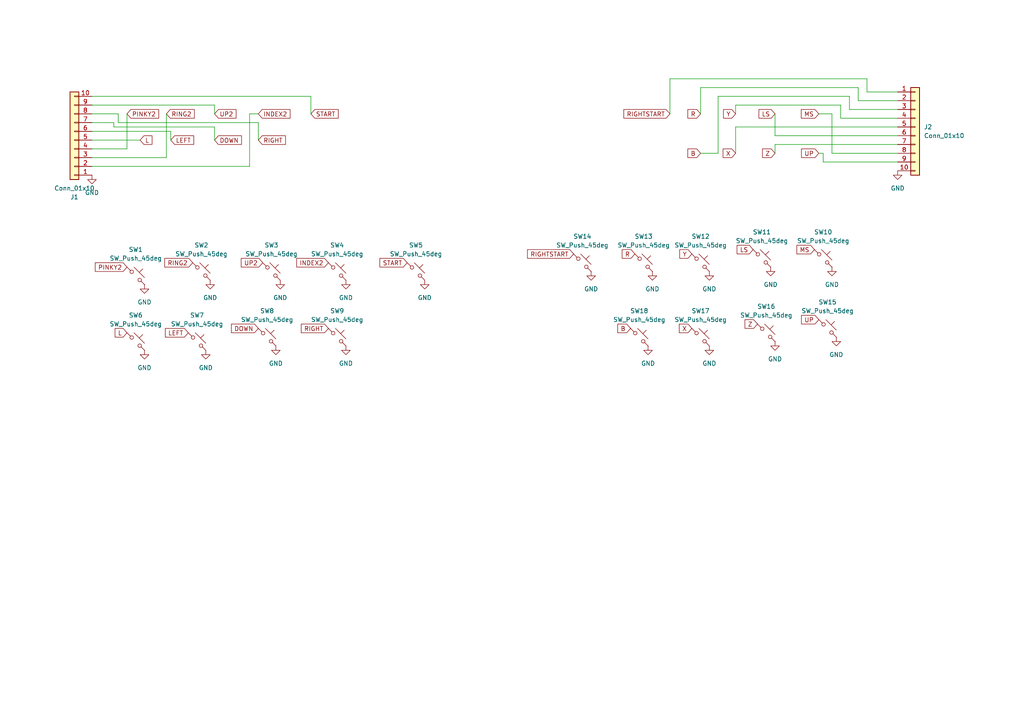
<source format=kicad_sch>
(kicad_sch (version 20230121) (generator eeschema)
  (paper "A4")
  (lib_symbols
    (symbol "Connector_Generic:Conn_01x10" (pin_names (offset 1.016) hide)
      (property "Reference" "J" (at 0 12.7 0))
      (property "Value" "Conn_01x10" (at 0 -15.24 0))
      (symbol "Conn_01x10_1_1"
        (rectangle (start -1.27 -12.573) (end 0 -12.827) (stroke (width 0.1524)))
        (rectangle (start -1.27 -10.033) (end 0 -10.287) (stroke (width 0.1524)))
        (rectangle (start -1.27 -7.493) (end 0 -7.747) (stroke (width 0.1524)))
        (rectangle (start -1.27 -4.953) (end 0 -5.207) (stroke (width 0.1524)))
        (rectangle (start -1.27 -2.413) (end 0 -2.667) (stroke (width 0.1524)))
        (rectangle (start -1.27 0.127) (end 0 -0.127) (stroke (width 0.1524)))
        (rectangle (start -1.27 2.667) (end 0 2.413) (stroke (width 0.1524)))
        (rectangle (start -1.27 5.207) (end 0 4.953) (stroke (width 0.1524)))
        (rectangle (start -1.27 7.747) (end 0 7.493) (stroke (width 0.1524)))
        (rectangle (start -1.27 10.287) (end 0 10.033) (stroke (width 0.1524)))
        (rectangle (start -1.27 11.43) (end 1.27 -13.97) (stroke (width 0.254)) (fill (type background)))
        (pin passive line (at -5.08 10.16 0) (length 3.81) (name "Pin_1") (number "1"))
        (pin passive line (at -5.08 -12.7 0) (length 3.81) (name "Pin_10") (number "10"))
        (pin passive line (at -5.08 7.62 0) (length 3.81) (name "Pin_2") (number "2"))
        (pin passive line (at -5.08 5.08 0) (length 3.81) (name "Pin_3") (number "3"))
        (pin passive line (at -5.08 2.54 0) (length 3.81) (name "Pin_4") (number "4"))
        (pin passive line (at -5.08 0 0) (length 3.81) (name "Pin_5") (number "5"))
        (pin passive line (at -5.08 -2.54 0) (length 3.81) (name "Pin_6") (number "6"))
        (pin passive line (at -5.08 -5.08 0) (length 3.81) (name "Pin_7") (number "7"))
        (pin passive line (at -5.08 -7.62 0) (length 3.81) (name "Pin_8") (number "8"))
        (pin passive line (at -5.08 -10.16 0) (length 3.81) (name "Pin_9") (number "9"))
      )
    )
    (symbol "GND_2" (power) (pin_names (offset 0))
      (property "Value" "GND_2" (at 0 -3.81 0))
      (symbol "GND_2_0_1"
        (polyline (pts (xy 0 0) (xy 0 -1.27) (xy 1.27 -1.27) (xy 0 -2.54) (xy -1.27 -1.27) (xy 0 -1.27)))
      )
      (symbol "GND_2_1_1"
        (pin power_in line (at 0 0 270) (length 0) hide (name "GND") (number "1"))
      )
    )
    (symbol "GND_5" (power) (pin_names (offset 0))
      (property "Value" "GND_5" (at 0 -3.81 0))
      (symbol "GND_5_0_1"
        (polyline (pts (xy 0 0) (xy 0 -1.27) (xy 1.27 -1.27) (xy 0 -2.54) (xy -1.27 -1.27) (xy 0 -1.27)))
      )
      (symbol "GND_5_1_1"
        (pin power_in line (at 0 0 270) (length 0) hide (name "GND") (number "1"))
      )
    )
    (symbol "Switch:SW_Push_45deg" (pin_numbers hide) (pin_names (offset 1.016) hide)
      (property "Reference" "SW" (at 3.048 1.016 0))
      (property "Value" "SW_Push_45deg" (at 0 -3.81 0))
      (symbol "SW_Push_45deg_0_1"
        (circle (center -1.1684 1.1684) (radius 0.508))
        (polyline (pts (xy -0.508 2.54) (xy 2.54 -0.508)))
        (polyline (pts (xy 1.016 1.016) (xy 2.032 2.032)))
        (polyline (pts (xy -2.54 2.54) (xy -1.524 1.524) (xy -1.524 1.524)))
        (polyline (pts (xy 1.524 -1.524) (xy 2.54 -2.54) (xy 2.54 -2.54) (xy 2.54 -2.54)))
        (circle (center 1.143 -1.1938) (radius 0.508))
        (pin passive line (at -2.54 2.54 0) (length 0) (name "1") (number "1"))
        (pin passive line (at 2.54 -2.54 180) (length 0) (name "2") (number "2"))
      )
    )
    (symbol "power:GND" (power) (pin_names (offset 0))
      (property "Value" "GND" (at 0 -3.81 0))
      (symbol "GND_0_1"
        (polyline (pts (xy 0 0) (xy 0 -1.27) (xy 1.27 -1.27) (xy 0 -2.54) (xy -1.27 -1.27) (xy 0 -1.27)))
      )
      (symbol "GND_1_1"
        (pin power_in line (at 0 0 270) (length 0) hide (name "GND") (number "1"))
      )
    )
  )
  (wire (pts (xy 238.76 44.45) (xy 238.76 46.99)))
  (wire (pts (xy 74.93 40.64) (xy 74.93 35.56)))
  (wire (pts (xy 208.28 27.94) (xy 246.38 27.94)))
  (wire (pts (xy 208.28 44.45) (xy 208.28 27.94)))
  (wire (pts (xy 48.26 33.02) (xy 48.26 45.72)))
  (wire (pts (xy 26.67 43.18) (xy 36.83 43.18)))
  (wire (pts (xy 224.79 39.37) (xy 260.35 39.37)))
  (wire (pts (xy 34.29 33.02) (xy 26.67 33.02)))
  (wire (pts (xy 213.36 30.48) (xy 243.84 30.48)))
  (wire (pts (xy 72.39 48.26) (xy 72.39 33.02)))
  (wire (pts (xy 33.02 36.83) (xy 33.02 35.56)))
  (wire (pts (xy 213.36 36.83) (xy 260.35 36.83)))
  (wire (pts (xy 248.92 25.4) (xy 248.92 29.21)))
  (wire (pts (xy 194.31 22.86) (xy 251.46 22.86)))
  (wire (pts (xy 251.46 22.86) (xy 251.46 26.67)))
  (wire (pts (xy 74.93 35.56) (xy 34.29 35.56)))
  (wire (pts (xy 246.38 27.94) (xy 246.38 31.75)))
  (wire (pts (xy 203.2 33.02) (xy 203.2 25.4)))
  (wire (pts (xy 49.53 40.64) (xy 49.53 38.1)))
  (wire (pts (xy 243.84 34.29) (xy 260.35 34.29)))
  (wire (pts (xy 62.23 36.83) (xy 33.02 36.83)))
  (wire (pts (xy 62.23 30.48) (xy 26.67 30.48)))
  (wire (pts (xy 26.67 38.1) (xy 49.53 38.1)))
  (wire (pts (xy 241.3 44.45) (xy 260.35 44.45)))
  (wire (pts (xy 194.31 33.02) (xy 194.31 22.86)))
  (wire (pts (xy 224.79 44.45) (xy 224.79 41.91)))
  (wire (pts (xy 238.76 46.99) (xy 260.35 46.99)))
  (wire (pts (xy 36.83 33.02) (xy 36.83 43.18)))
  (wire (pts (xy 203.2 44.45) (xy 208.28 44.45)))
  (wire (pts (xy 251.46 26.67) (xy 260.35 26.67)))
  (wire (pts (xy 237.49 44.45) (xy 238.76 44.45)))
  (wire (pts (xy 90.17 33.02) (xy 90.17 27.94)))
  (wire (pts (xy 213.36 44.45) (xy 213.36 36.83)))
  (wire (pts (xy 243.84 30.48) (xy 243.84 34.29)))
  (wire (pts (xy 62.23 40.64) (xy 62.23 36.83)))
  (wire (pts (xy 213.36 33.02) (xy 213.36 30.48)))
  (wire (pts (xy 33.02 35.56) (xy 26.67 35.56)))
  (wire (pts (xy 224.79 41.91) (xy 260.35 41.91)))
  (wire (pts (xy 248.92 29.21) (xy 260.35 29.21)))
  (wire (pts (xy 237.49 33.02) (xy 241.3 33.02)))
  (wire (pts (xy 26.67 40.64) (xy 40.64 40.64)))
  (wire (pts (xy 246.38 31.75) (xy 260.35 31.75)))
  (wire (pts (xy 224.79 33.02) (xy 224.79 39.37)))
  (wire (pts (xy 34.29 35.56) (xy 34.29 33.02)))
  (wire (pts (xy 62.23 33.02) (xy 62.23 30.48)))
  (wire (pts (xy 26.67 48.26) (xy 72.39 48.26)))
  (wire (pts (xy 203.2 25.4) (xy 248.92 25.4)))
  (wire (pts (xy 74.93 33.02) (xy 72.39 33.02)))
  (wire (pts (xy 90.17 27.94) (xy 26.67 27.94)))
  (wire (pts (xy 241.3 33.02) (xy 241.3 44.45)))
  (wire (pts (xy 48.26 45.72) (xy 26.67 45.72)))
  (global_label "LS" (shape input) (at 218.44 72.39 180) (property "Intersheetrefs" "${INTERSHEET_REFS}" (effects hide)))
  (global_label "INDEX2" (shape input) (at 95.25 76.2 180) (property "Intersheetrefs" "${INTERSHEET_REFS}" (effects hide)))
  (global_label "RIGHT" (shape input) (at 95.25 95.25 180) (property "Intersheetrefs" "${INTERSHEET_REFS}" (effects hide)))
  (global_label "MS" (shape input) (at 237.49 33.02 180) (property "Intersheetrefs" "${INTERSHEET_REFS}" (effects hide)))
  (global_label "Y" (shape input) (at 213.36 33.02 180) (property "Intersheetrefs" "${INTERSHEET_REFS}" (effects hide)))
  (global_label "Y" (shape input) (at 200.66 73.66 180) (property "Intersheetrefs" "${INTERSHEET_REFS}" (effects hide)))
  (global_label "X" (shape input) (at 213.36 44.45 180) (property "Intersheetrefs" "${INTERSHEET_REFS}" (effects hide)))
  (global_label "DOWN" (shape input) (at 62.23 40.64 0) (property "Intersheetrefs" "${INTERSHEET_REFS}" (effects hide)))
  (global_label "PINKY2" (shape input) (at 36.83 33.02 0) (property "Intersheetrefs" "${INTERSHEET_REFS}" (effects hide)))
  (global_label "LS" (shape input) (at 224.79 33.02 180) (property "Intersheetrefs" "${INTERSHEET_REFS}" (effects hide)))
  (global_label "R" (shape input) (at 203.2 33.02 180) (property "Intersheetrefs" "${INTERSHEET_REFS}" (effects hide)))
  (global_label "Z" (shape input) (at 219.71 93.98 180) (property "Intersheetrefs" "${INTERSHEET_REFS}" (effects hide)))
  (global_label "START" (shape input) (at 90.17 33.02 0) (property "Intersheetrefs" "${INTERSHEET_REFS}" (effects hide)))
  (global_label "LEFT" (shape input) (at 54.61 96.52 180) (property "Intersheetrefs" "${INTERSHEET_REFS}" (effects hide)))
  (global_label "RING2" (shape input) (at 55.88 76.2 180) (property "Intersheetrefs" "${INTERSHEET_REFS}" (effects hide)))
  (global_label "UP" (shape input) (at 237.49 92.71 180) (property "Intersheetrefs" "${INTERSHEET_REFS}" (effects hide)))
  (global_label "START" (shape input) (at 118.11 76.2 180) (property "Intersheetrefs" "${INTERSHEET_REFS}" (effects hide)))
  (global_label "RIGHTSTART" (shape input) (at 194.31 33.02 180) (property "Intersheetrefs" "${INTERSHEET_REFS}" (effects hide)))
  (global_label "UP" (shape input) (at 237.49 44.45 180) (property "Intersheetrefs" "${INTERSHEET_REFS}" (effects hide)))
  (global_label "X" (shape input) (at 200.66 95.25 180) (property "Intersheetrefs" "${INTERSHEET_REFS}" (effects hide)))
  (global_label "L" (shape input) (at 36.83 96.52 180) (property "Intersheetrefs" "${INTERSHEET_REFS}" (effects hide)))
  (global_label "LEFT" (shape input) (at 49.53 40.64 0) (property "Intersheetrefs" "${INTERSHEET_REFS}" (effects hide)))
  (global_label "UP2" (shape input) (at 62.23 33.02 0) (property "Intersheetrefs" "${INTERSHEET_REFS}" (effects hide)))
  (global_label "R" (shape input) (at 184.15 73.66 180) (property "Intersheetrefs" "${INTERSHEET_REFS}" (effects hide)))
  (global_label "L" (shape input) (at 40.64 40.64 0) (property "Intersheetrefs" "${INTERSHEET_REFS}" (effects hide)))
  (global_label "PINKY2" (shape input) (at 36.83 77.47 180) (property "Intersheetrefs" "${INTERSHEET_REFS}" (effects hide)))
  (global_label "RING2" (shape input) (at 48.26 33.02 0) (property "Intersheetrefs" "${INTERSHEET_REFS}" (effects hide)))
  (global_label "UP2" (shape input) (at 76.2 76.2 180) (property "Intersheetrefs" "${INTERSHEET_REFS}" (effects hide)))
  (global_label "Z" (shape input) (at 224.79 44.45 180) (property "Intersheetrefs" "${INTERSHEET_REFS}" (effects hide)))
  (global_label "RIGHTSTART" (shape input) (at 166.37 73.66 180) (property "Intersheetrefs" "${INTERSHEET_REFS}" (effects hide)))
  (global_label "MS" (shape input) (at 236.22 72.39 180) (property "Intersheetrefs" "${INTERSHEET_REFS}" (effects hide)))
  (global_label "B" (shape input) (at 203.2 44.45 180) (property "Intersheetrefs" "${INTERSHEET_REFS}" (effects hide)))
  (global_label "DOWN" (shape input) (at 74.93 95.25 180) (property "Intersheetrefs" "${INTERSHEET_REFS}" (effects hide)))
  (global_label "INDEX2" (shape input) (at 74.93 33.02 0) (property "Intersheetrefs" "${INTERSHEET_REFS}" (effects hide)))
  (global_label "RIGHT" (shape input) (at 74.93 40.64 0) (property "Intersheetrefs" "${INTERSHEET_REFS}" (effects hide)))
  (global_label "B" (shape input) (at 182.88 95.25 180) (property "Intersheetrefs" "${INTERSHEET_REFS}" (effects hide)))
  (symbol (lib_id "power:GND") (at 205.74 78.74 0) (unit 1)
    (property "Reference" "#PWR014" (effects hide))
    (property "Value" "GND" (at 205.74 83.82 0))
  )
  (symbol (lib_id "Switch:SW_Push_45deg") (at 168.91 76.2 0) (unit 1)
    (property "Reference" "SW14" (at 168.91 68.58 0))
    (property "Value" "SW_Push_45deg" (at 168.91 71.12 0))
    (property "Footprint" "Buttons:Vbox" (effects hide))
  )
  (symbol (lib_id "power:GND") (at 60.96 81.28 0) (unit 1)
    (property "Reference" "#PWR03" (effects hide))
    (property "Value" "GND" (at 60.96 86.36 0))
  )
  (symbol (lib_name "GND_5") (lib_id "power:GND") (at 260.35 49.53 0) (unit 1)
    (property "Reference" "#PWR07" (effects hide))
    (property "Value" "GND" (at 260.35 54.61 0))
  )
  (symbol (lib_id "Switch:SW_Push_45deg") (at 240.03 95.25 0) (unit 1)
    (property "Reference" "SW15" (at 240.03 87.63 0))
    (property "Value" "SW_Push_45deg" (at 240.03 90.17 0))
    (property "Footprint" "Buttons:Vbox" (effects hide))
  )
  (symbol (lib_id "Switch:SW_Push_45deg") (at 78.74 78.74 0) (unit 1)
    (property "Reference" "SW3" (at 78.74 71.12 0))
    (property "Value" "SW_Push_45deg" (at 78.74 73.66 0))
    (property "Footprint" "Buttons:Vbox" (effects hide))
  )
  (symbol (lib_id "Switch:SW_Push_45deg") (at 222.25 96.52 0) (unit 1)
    (property "Reference" "SW16" (at 222.25 88.9 0))
    (property "Value" "SW_Push_45deg" (at 222.25 91.44 0))
    (property "Footprint" "Buttons:Vbox" (effects hide))
  )
  (symbol (lib_id "power:GND") (at 100.33 100.33 0) (unit 1)
    (property "Reference" "#PWR011" (effects hide))
    (property "Value" "GND" (at 100.33 105.41 0))
  )
  (symbol (lib_id "Switch:SW_Push_45deg") (at 39.37 99.06 0) (unit 1)
    (property "Reference" "SW6" (at 39.37 91.44 0))
    (property "Value" "SW_Push_45deg" (at 39.37 93.98 0))
    (property "Footprint" "Buttons:Vbox" (effects hide))
  )
  (symbol (lib_id "Switch:SW_Push_45deg") (at 220.98 74.93 0) (unit 1)
    (property "Reference" "SW11" (at 220.98 67.31 0))
    (property "Value" "SW_Push_45deg" (at 220.98 69.85 0))
    (property "Footprint" "Buttons:Vbox" (effects hide))
  )
  (symbol (lib_id "power:GND") (at 223.52 77.47 0) (unit 1)
    (property "Reference" "#PWR015" (effects hide))
    (property "Value" "GND" (at 223.52 82.55 0))
  )
  (symbol (lib_id "power:GND") (at 224.79 99.06 0) (unit 1)
    (property "Reference" "#PWR019" (effects hide))
    (property "Value" "GND" (at 224.79 104.14 0))
  )
  (symbol (lib_id "Switch:SW_Push_45deg") (at 57.15 99.06 0) (unit 1)
    (property "Reference" "SW7" (at 57.15 91.44 0))
    (property "Value" "SW_Push_45deg" (at 57.15 93.98 0))
    (property "Footprint" "Buttons:Vbox" (effects hide))
  )
  (symbol (lib_id "Switch:SW_Push_45deg") (at 58.42 78.74 0) (unit 1)
    (property "Reference" "SW2" (at 58.42 71.12 0))
    (property "Value" "SW_Push_45deg" (at 58.42 73.66 0))
    (property "Footprint" "Buttons:Vbox" (effects hide))
  )
  (symbol (lib_id "Switch:SW_Push_45deg") (at 203.2 76.2 0) (unit 1)
    (property "Reference" "SW12" (at 203.2 68.58 0))
    (property "Value" "SW_Push_45deg" (at 203.2 71.12 0))
    (property "Footprint" "Buttons:Vbox" (effects hide))
  )
  (symbol (lib_id "power:GND") (at 41.91 101.6 0) (unit 1)
    (property "Reference" "#PWR08" (effects hide))
    (property "Value" "GND" (at 41.91 106.68 0))
  )
  (symbol (lib_id "power:GND") (at 189.23 78.74 0) (unit 1)
    (property "Reference" "#PWR013" (effects hide))
    (property "Value" "GND" (at 189.23 83.82 0))
  )
  (symbol (lib_name "GND_2") (lib_id "power:GND") (at 26.67 50.8 0) (unit 1)
    (property "Reference" "#PWR01" (effects hide))
    (property "Value" "GND" (at 26.67 55.88 0))
  )
  (symbol (lib_id "power:GND") (at 123.19 81.28 0) (unit 1)
    (property "Reference" "#PWR06" (effects hide))
    (property "Value" "GND" (at 123.19 86.36 0))
  )
  (symbol (lib_id "power:GND") (at 171.45 78.74 0) (unit 1)
    (property "Reference" "#PWR012" (effects hide))
    (property "Value" "GND" (at 171.45 83.82 0))
  )
  (symbol (lib_id "power:GND") (at 242.57 97.79 0) (unit 1)
    (property "Reference" "#PWR020" (effects hide))
    (property "Value" "GND" (at 242.57 102.87 0))
  )
  (symbol (lib_id "Switch:SW_Push_45deg") (at 97.79 78.74 0) (unit 1)
    (property "Reference" "SW4" (at 97.79 71.12 0))
    (property "Value" "SW_Push_45deg" (at 97.79 73.66 0))
    (property "Footprint" "Buttons:Vbox" (effects hide))
  )
  (symbol (lib_id "Switch:SW_Push_45deg") (at 185.42 97.79 0) (unit 1)
    (property "Reference" "SW18" (at 185.42 90.17 0))
    (property "Value" "SW_Push_45deg" (at 185.42 92.71 0))
    (property "Footprint" "Buttons:Vbox" (effects hide))
  )
  (symbol (lib_id "Switch:SW_Push_45deg") (at 186.69 76.2 0) (unit 1)
    (property "Reference" "SW13" (at 186.69 68.58 0))
    (property "Value" "SW_Push_45deg" (at 186.69 71.12 0))
    (property "Footprint" "Buttons:Vbox" (effects hide))
  )
  (symbol (lib_id "Connector_Generic:Conn_01x10") (at 265.43 36.83 0) (unit 1)
    (property "Reference" "J2" (at 267.97 36.83 0) (effects (justify left)))
    (property "Value" "Conn_01x10" (at 267.97 39.37 0) (effects (justify left)))
    (property "Footprint" "Connector_JST:JST_PH_S10B-PH-SM4-TB_1x10-1MP_P2.00mm_Horizontal" (effects hide))
  )
  (symbol (lib_id "power:GND") (at 241.3 77.47 0) (unit 1)
    (property "Reference" "#PWR016" (effects hide))
    (property "Value" "GND" (at 241.3 82.55 0))
  )
  (symbol (lib_id "power:GND") (at 59.69 101.6 0) (unit 1)
    (property "Reference" "#PWR09" (effects hide))
    (property "Value" "GND" (at 59.69 106.68 0))
  )
  (symbol (lib_id "power:GND") (at 205.74 100.33 0) (unit 1)
    (property "Reference" "#PWR018" (effects hide))
    (property "Value" "GND" (at 205.74 105.41 0))
  )
  (symbol (lib_id "power:GND") (at 81.28 81.28 0) (unit 1)
    (property "Reference" "#PWR04" (effects hide))
    (property "Value" "GND" (at 81.28 86.36 0))
  )
  (symbol (lib_id "power:GND") (at 41.91 82.55 0) (unit 1)
    (property "Reference" "#PWR02" (effects hide))
    (property "Value" "GND" (at 41.91 87.63 0))
  )
  (symbol (lib_id "Switch:SW_Push_45deg") (at 97.79 97.79 0) (unit 1)
    (property "Reference" "SW9" (at 97.79 90.17 0))
    (property "Value" "SW_Push_45deg" (at 97.79 92.71 0))
    (property "Footprint" "Buttons:Vbox" (effects hide))
  )
  (symbol (lib_id "Connector_Generic:Conn_01x10") (at 21.59 40.64 180) (unit 1)
    (property "Reference" "J1" (at 21.59 57.15 0))
    (property "Value" "Conn_01x10" (at 21.59 54.61 0))
    (property "Footprint" "Connector_JST:JST_PH_S10B-PH-SM4-TB_1x10-1MP_P2.00mm_Horizontal" (effects hide))
  )
  (symbol (lib_id "Switch:SW_Push_45deg") (at 238.76 74.93 0) (unit 1)
    (property "Reference" "SW10" (at 238.76 67.31 0))
    (property "Value" "SW_Push_45deg" (at 238.76 69.85 0))
    (property "Footprint" "Buttons:Vbox" (effects hide))
  )
  (symbol (lib_id "Switch:SW_Push_45deg") (at 120.65 78.74 0) (unit 1)
    (property "Reference" "SW5" (at 120.65 71.12 0))
    (property "Value" "SW_Push_45deg" (at 120.65 73.66 0))
    (property "Footprint" "Buttons:Vbox" (effects hide))
  )
  (symbol (lib_id "Switch:SW_Push_45deg") (at 39.37 80.01 0) (unit 1)
    (property "Reference" "SW1" (at 39.37 72.39 0))
    (property "Value" "SW_Push_45deg" (at 39.37 74.93 0))
    (property "Footprint" "Buttons:Vbox" (effects hide))
  )
  (symbol (lib_id "power:GND") (at 100.33 81.28 0) (unit 1)
    (property "Reference" "#PWR05" (effects hide))
    (property "Value" "GND" (at 100.33 86.36 0))
  )
  (symbol (lib_id "Switch:SW_Push_45deg") (at 77.47 97.79 0) (unit 1)
    (property "Reference" "SW8" (at 77.47 90.17 0))
    (property "Value" "SW_Push_45deg" (at 77.47 92.71 0))
    (property "Footprint" "Buttons:Vbox" (effects hide))
  )
  (symbol (lib_id "power:GND") (at 80.01 100.33 0) (unit 1)
    (property "Reference" "#PWR010" (effects hide))
    (property "Value" "GND" (at 80.01 105.41 0))
  )
  (symbol (lib_id "power:GND") (at 187.96 100.33 0) (unit 1)
    (property "Reference" "#PWR017" (effects hide))
    (property "Value" "GND" (at 187.96 105.41 0))
  )
  (symbol (lib_id "Switch:SW_Push_45deg") (at 203.2 97.79 0) (unit 1)
    (property "Reference" "SW17" (at 203.2 90.17 0))
    (property "Value" "SW_Push_45deg" (at 203.2 92.71 0))
    (property "Footprint" "Buttons:Vbox" (effects hide))
  )
)
</source>
